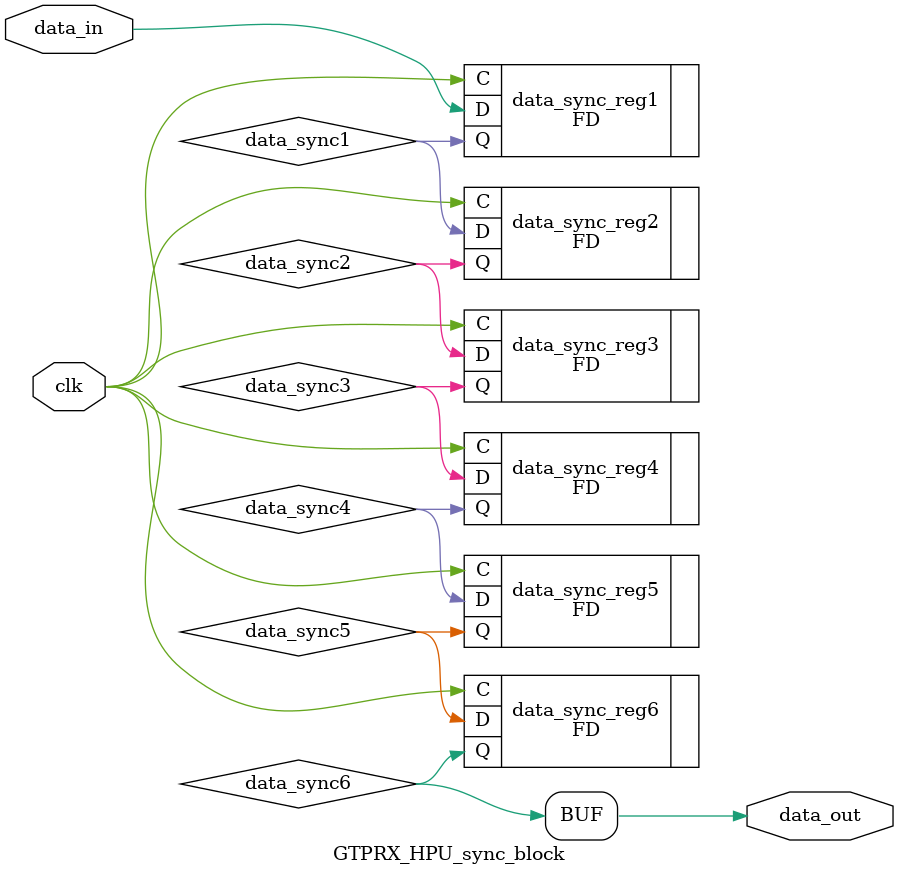
<source format=v>




`timescale 1ps / 1ps

//(* dont_touch = "yes" *)
module GTPRX_HPU_sync_block #(
  parameter INITIALISE = 6'b000000
)
(
  input        clk,              // clock to be sync'ed to
  input        data_in,          // Data to be 'synced'
  output       data_out          // synced data
);

  // Internal Signals
  wire data_sync1;
  wire data_sync2;
  wire data_sync3;
  wire data_sync4;
  wire data_sync5;
  wire data_sync6;


  (* shreg_extract = "no", ASYNC_REG = "TRUE" *)
  FD #(
    .INIT (INITIALISE[0])
  ) data_sync_reg1 (
    .C  (clk),
    .D  (data_in),
    .Q  (data_sync1)
  );


  (* shreg_extract = "no", ASYNC_REG = "TRUE" *)
  FD #(
   .INIT (INITIALISE[1])
  ) data_sync_reg2 (
  .C  (clk),
  .D  (data_sync1),
  .Q  (data_sync2)
  );


  (* shreg_extract = "no", ASYNC_REG = "TRUE" *)
  FD #(
   .INIT (INITIALISE[2])
  ) data_sync_reg3 (
  .C  (clk),
  .D  (data_sync2),
  .Q  (data_sync3)
  );

  (* shreg_extract = "no", ASYNC_REG = "TRUE" *)
  FD #(
   .INIT (INITIALISE[3])
  ) data_sync_reg4 (
  .C  (clk),
  .D  (data_sync3),
  .Q  (data_sync4)
  );

  (* shreg_extract = "no", ASYNC_REG = "TRUE" *)
  FD #(
   .INIT (INITIALISE[4])
  ) data_sync_reg5 (
  .C  (clk),
  .D  (data_sync4),
  .Q  (data_sync5)
  );

  (* shreg_extract = "no", ASYNC_REG = "TRUE" *)
  FD #(
   .INIT (INITIALISE[5])
  ) data_sync_reg6 (
  .C  (clk),
  .D  (data_sync5),
  .Q  (data_sync6)
  );
  assign data_out = data_sync6;



endmodule

</source>
